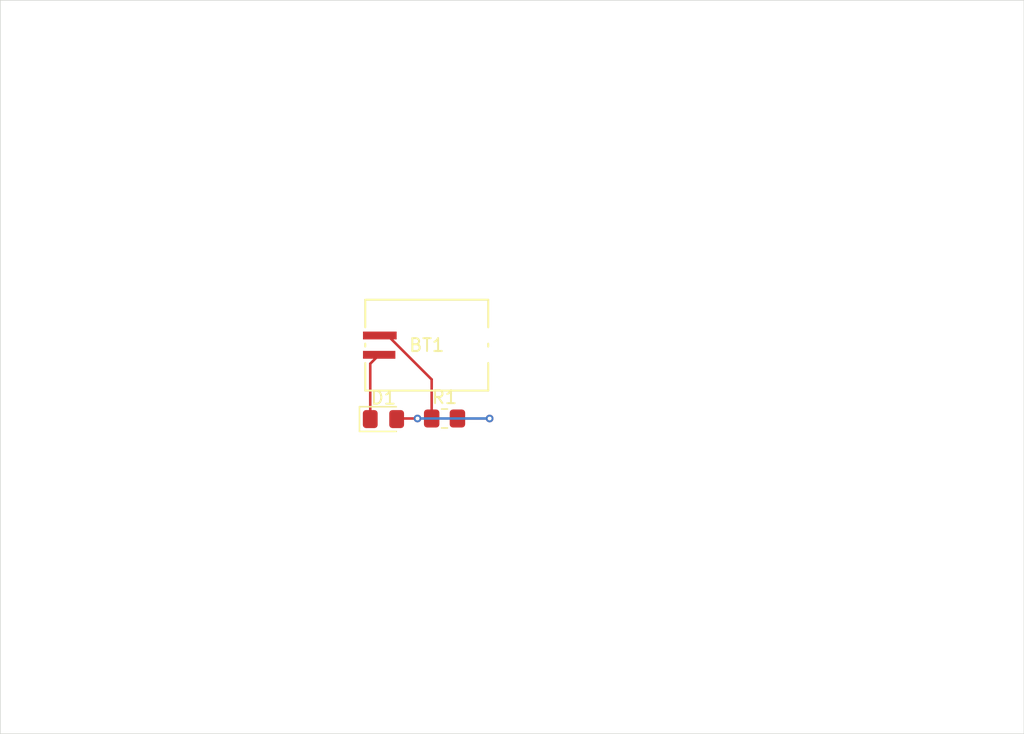
<source format=kicad_pcb>
(kicad_pcb (version 20240108) (generator "pcbnew") (generator_version "8.0")
  (title_block (title "kicad workshop - simple led circuit") (date "2024-10-08") (rev "0.0"))
  (layers (0 "F.Cu" signal) (31 "B.Cu" signal) (34 "B.Paste" user) (35 "F.Paste" user) (36 "B.SilkS" user "B.Silkscreen") (37 "F.SilkS" user "F.Silkscreen") (38 "B.Mask" user) (39 "F.Mask" user) (44 "Edge.Cuts" user))
  (net 0 "")
  (net 1 "Net-(BT1-+)")
  (net 2 "Net-(BT1--)")
  (net 3 "Net-(D1-A)")
  (footprint "FS_3_Global_Footprint_Library:MS621FE-FL11E_SEC" (layer "F.Cu") (at 47.6182 43.7988)
    (property "Reference" "BT1" (at 0 0 0) (layer "F.SilkS"))
    (property "Value" "Battery_Cell")
    (fp_line (start -4.7752 -3.5306) (end -4.7752 -1.387541) (stroke (width 0.1524)) (layer "F.SilkS"))
    (fp_line (start -4.7752 -0.112461) (end -4.7752 0.112461) (stroke (width 0.1524)) (layer "F.SilkS"))
    (fp_line (start -4.7752 1.387541) (end -4.7752 3.5306) (stroke (width 0.1524)) (layer "F.SilkS"))
    (fp_line (start -4.7752 3.5306) (end 4.7752 3.5306) (stroke (width 0.1524)) (layer "F.SilkS"))
    (fp_line (start 4.7752 -3.5306) (end -4.7752 -3.5306) (stroke (width 0.1524)) (layer "F.SilkS"))
    (fp_line (start 4.7752 -1.387541) (end 4.7752 -3.5306) (stroke (width 0.1524)) (layer "F.SilkS"))
    (fp_line (start 4.7752 0.112461) (end 4.7752 -0.112461) (stroke (width 0.1524)) (layer "F.SilkS"))
    (fp_line (start 4.7752 3.5306) (end 4.7752 1.387541) (stroke (width 0.1524)) (layer "F.SilkS"))
    (pad "1" smd rect (at -3.6449 -0.750001) (size 2.6162 0.6096) (layers "F.Cu" "F.Paste" "F.Mask") (net 1 "Net-(BT1-+)"))
    (pad "2" smd rect (at -3.6957 0.750001) (size 2.5146 0.6096) (layers "F.Cu" "F.Paste" "F.Mask") (net 2 "Net-(BT1--)"))
  )
  (footprint "LED_SMD:LED_0805_2012Metric_Pad1.15x1.40mm_HandSolder" (layer "F.Cu") (at 44.255 49.545)
    (property "Reference" "D1" (at 0 -1.65 0) (layer "F.SilkS"))
    (property "Value" "LED")
    (fp_line (start -1.86 -0.96) (end -1.86 0.96) (stroke (width 0.12)) (layer "F.SilkS"))
    (fp_line (start -1.86 0.96) (end 1 0.96) (stroke (width 0.12)) (layer "F.SilkS"))
    (fp_line (start 1 -0.96) (end -1.86 -0.96) (stroke (width 0.12)) (layer "F.SilkS"))
    (pad "1" smd roundrect (at -1.025 0) (size 1.15 1.4) (layers "F.Cu" "F.Paste" "F.Mask") (roundrect_rratio 0.217391) (net 2 "Net-(BT1--)"))
    (pad "2" smd roundrect (at 1.025 0) (size 1.15 1.4) (layers "F.Cu" "F.Paste" "F.Mask") (roundrect_rratio 0.217391) (net 3 "Net-(D1-A)"))
  )
  (footprint "Resistor_SMD:R_0805_2012Metric_Pad1.20x1.40mm_HandSolder" (layer "F.Cu") (at 49 49.5)
    (property "Reference" "R1" (at 0 -1.65 0) (layer "F.SilkS"))
    (property "Value" "R")
    (fp_line (start -0.227064 -0.735) (end 0.227064 -0.735) (stroke (width 0.12)) (layer "F.SilkS"))
    (fp_line (start -0.227064 0.735) (end 0.227064 0.735) (stroke (width 0.12)) (layer "F.SilkS"))
    (pad "1" smd roundrect (at -1 0) (size 1.2 1.4) (layers "F.Cu" "F.Paste" "F.Mask") (roundrect_rratio 0.208333) (net 1 "Net-(BT1-+)"))
    (pad "2" smd roundrect (at 1 0) (size 1.2 1.4) (layers "F.Cu" "F.Paste" "F.Mask") (roundrect_rratio 0.208333) (net 3 "Net-(D1-A)"))
  )
  (gr_rect (start 14.5 17) (end 94 74) (stroke (width 0.05)) (fill none) (layer "Edge.Cuts"))
  (segment (start 48 46.464201) (end 48 49.5) (width 0.2) (layer "F.Cu") (net 1))
  (segment (start 43.9733 43.048799) (end 44.584598 43.048799) (width 0.2) (layer "F.Cu") (net 1))
  (segment (start 44.584598 43.048799) (end 48 46.464201) (width 0.2) (layer "F.Cu") (net 1))
  (segment (start 43.23 45.241301) (end 43.9225 44.548801) (width 0.2) (layer "F.Cu") (net 2))
  (segment (start 43.23 49.545) (end 43.23 45.241301) (width 0.2) (layer "F.Cu") (net 2))
  (segment (start 46.9 49.5) (end 45.325 49.5) (width 0.2) (layer "F.Cu") (net 3))
  (segment (start 50 49.5) (end 52.5 49.5) (width 0.2) (layer "F.Cu") (net 3))
  (segment (start 45.325 49.5) (end 45.28 49.545) (width 0.2) (layer "F.Cu") (net 3))
  (via (at 46.9 49.5) (size 0.6) (drill 0.3) (layers "F.Cu" "B.Cu") (net 3))
  (via (at 52.5 49.5) (size 0.6) (drill 0.3) (layers "F.Cu" "B.Cu") (net 3))
  (segment (start 52.5 49.5) (end 46.9 49.5) (width 0.2) (layer "B.Cu") (net 3))
)
</source>
